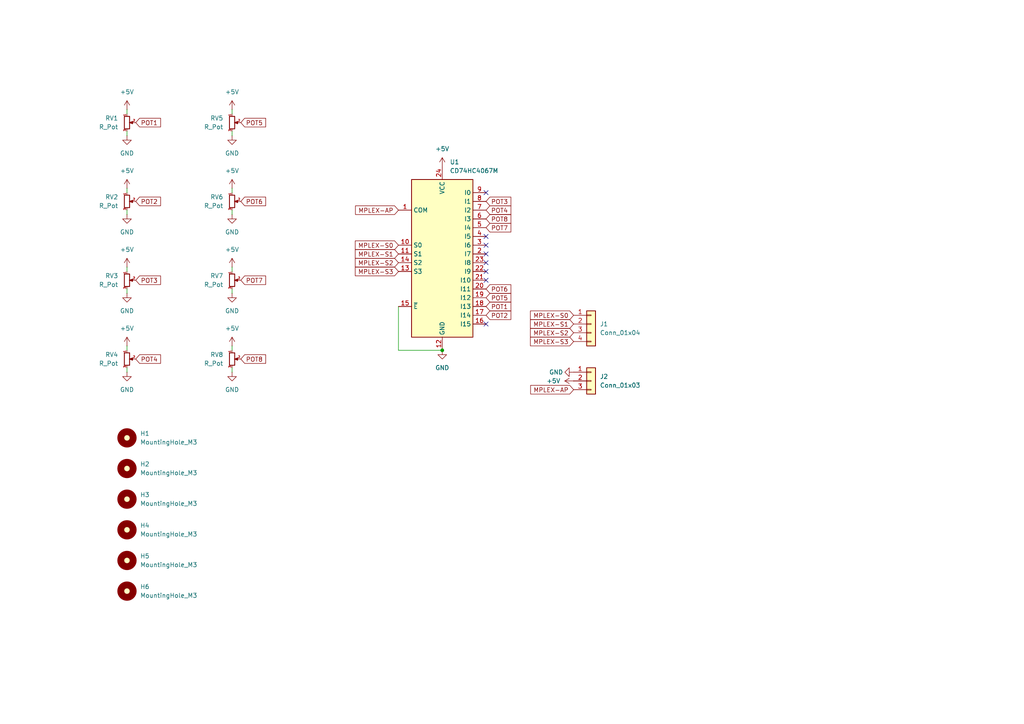
<source format=kicad_sch>
(kicad_sch (version 20231120) (generator "eeschema") (generator_version "8.0")
  (paper "A4")
  (lib_symbols
    (symbol "74xx:CD74HC4067M"
      (property "Reference" "U" (at -8.89 22.86 0))
      (property "Value" "CD74HC4067M" (at 1.27 22.86 0))
      (symbol "CD74HC4067M_0_1"
        (rectangle (start -8.89 21.59) (end 8.89 -24.13) (stroke (width 0.254)) (fill (type background)))
      )
      (symbol "CD74HC4067M_1_1"
        (pin passive line (at -12.7 12.7 0) (length 3.81) (name "COM") (number "1"))
        (pin input line (at -12.7 2.54 0) (length 3.81) (name "S0") (number "10"))
        (pin input line (at -12.7 0 0) (length 3.81) (name "S1") (number "11"))
        (pin power_in line (at 0 -27.94 90) (length 3.81) (name "GND") (number "12"))
        (pin input line (at -12.7 -5.08 0) (length 3.81) (name "S3") (number "13"))
        (pin input line (at -12.7 -2.54 0) (length 3.81) (name "S2") (number "14"))
        (pin input line (at -12.7 -15.24 0) (length 3.81) (name "~{E}") (number "15"))
        (pin passive line (at 12.7 -20.32 180) (length 3.81) (name "I15") (number "16"))
        (pin passive line (at 12.7 -17.78 180) (length 3.81) (name "I14") (number "17"))
        (pin passive line (at 12.7 -15.24 180) (length 3.81) (name "I13") (number "18"))
        (pin passive line (at 12.7 -12.7 180) (length 3.81) (name "I12") (number "19"))
        (pin passive line (at 12.7 0 180) (length 3.81) (name "I7") (number "2"))
        (pin passive line (at 12.7 -10.16 180) (length 3.81) (name "I11") (number "20"))
        (pin passive line (at 12.7 -7.62 180) (length 3.81) (name "I10") (number "21"))
        (pin passive line (at 12.7 -5.08 180) (length 3.81) (name "I9") (number "22"))
        (pin passive line (at 12.7 -2.54 180) (length 3.81) (name "I8") (number "23"))
        (pin power_in line (at 0 25.4 270) (length 3.81) (name "VCC") (number "24"))
        (pin passive line (at 12.7 2.54 180) (length 3.81) (name "I6") (number "3"))
        (pin passive line (at 12.7 5.08 180) (length 3.81) (name "I5") (number "4"))
        (pin passive line (at 12.7 7.62 180) (length 3.81) (name "I4") (number "5"))
        (pin passive line (at 12.7 10.16 180) (length 3.81) (name "I3") (number "6"))
        (pin passive line (at 12.7 12.7 180) (length 3.81) (name "I2") (number "7"))
        (pin passive line (at 12.7 15.24 180) (length 3.81) (name "I1") (number "8"))
        (pin passive line (at 12.7 17.78 180) (length 3.81) (name "I0") (number "9"))
      )
    )
    (symbol "Connector_Generic:Conn_01x03" (pin_names (offset 1.016) hide)
      (property "Reference" "J" (at 0 5.08 0))
      (property "Value" "Conn_01x03" (at 0 -5.08 0))
      (symbol "Conn_01x03_1_1"
        (rectangle (start -1.27 -2.413) (end 0 -2.667) (stroke (width 0.1524)))
        (rectangle (start -1.27 0.127) (end 0 -0.127) (stroke (width 0.1524)))
        (rectangle (start -1.27 2.667) (end 0 2.413) (stroke (width 0.1524)))
        (rectangle (start -1.27 3.81) (end 1.27 -3.81) (stroke (width 0.254)) (fill (type background)))
        (pin passive line (at -5.08 2.54 0) (length 3.81) (name "Pin_1") (number "1"))
        (pin passive line (at -5.08 0 0) (length 3.81) (name "Pin_2") (number "2"))
        (pin passive line (at -5.08 -2.54 0) (length 3.81) (name "Pin_3") (number "3"))
      )
    )
    (symbol "Connector_Generic:Conn_01x04" (pin_names (offset 1.016) hide)
      (property "Reference" "J" (at 0 5.08 0))
      (property "Value" "Conn_01x04" (at 0 -7.62 0))
      (symbol "Conn_01x04_1_1"
        (rectangle (start -1.27 -4.953) (end 0 -5.207) (stroke (width 0.1524)))
        (rectangle (start -1.27 -2.413) (end 0 -2.667) (stroke (width 0.1524)))
        (rectangle (start -1.27 0.127) (end 0 -0.127) (stroke (width 0.1524)))
        (rectangle (start -1.27 2.667) (end 0 2.413) (stroke (width 0.1524)))
        (rectangle (start -1.27 3.81) (end 1.27 -6.35) (stroke (width 0.254)) (fill (type background)))
        (pin passive line (at -5.08 2.54 0) (length 3.81) (name "Pin_1") (number "1"))
        (pin passive line (at -5.08 0 0) (length 3.81) (name "Pin_2") (number "2"))
        (pin passive line (at -5.08 -2.54 0) (length 3.81) (name "Pin_3") (number "3"))
        (pin passive line (at -5.08 -5.08 0) (length 3.81) (name "Pin_4") (number "4"))
      )
    )
    (symbol "Device:R_Potentiometer_Small" (pin_names (offset 1.016) hide)
      (property "Reference" "RV" (at -4.445 0 90))
      (property "Value" "R_Potentiometer_Small" (at -2.54 0 90))
      (symbol "R_Potentiometer_Small_0_1"
        (polyline (pts (xy 0.889 0) (xy 0.635 0) (xy 1.651 0.381) (xy 1.651 -0.381) (xy 0.635 0) (xy 0.889 0)) (fill (type outline)))
        (rectangle (start 0.762 1.8034) (end -0.762 -1.8034) (stroke (width 0.254)))
      )
      (symbol "R_Potentiometer_Small_1_1"
        (pin passive line (at 0 2.54 270) (length 0.635) (name "1") (number "1"))
        (pin passive line (at 2.54 0 180) (length 0.9906) (name "2") (number "2"))
        (pin passive line (at 0 -2.54 90) (length 0.635) (name "3") (number "3"))
      )
    )
    (symbol "PCM_SL_Mechanical:MountingHole_M3"
      (property "Reference" "H" (at 0 7.62 0))
      (property "Value" "MountingHole_M3" (at 0 5.08 0))
      (symbol "MountingHole_M3_0_1"
        (circle (center 0 0) (radius 1.27) (fill (type background)))
        (circle (center 0 0) (radius 1.7961) (stroke (width 2)))
      )
    )
    (symbol "power:+5V" (power) (pin_numbers hide) (pin_names (offset 0) hide)
      (property "Value" "+5V" (at 0 3.556 0))
      (symbol "+5V_0_1"
        (polyline (pts (xy -0.762 1.27) (xy 0 2.54)))
        (polyline (pts (xy 0 0) (xy 0 2.54)))
        (polyline (pts (xy 0 2.54) (xy 0.762 1.27)))
      )
      (symbol "+5V_1_1"
        (pin power_in line (at 0 0 90) (length 0) (name "~") (number "1"))
      )
    )
    (symbol "power:GND" (power) (pin_numbers hide) (pin_names (offset 0) hide)
      (property "Value" "GND" (at 0 -3.81 0))
      (symbol "GND_0_1"
        (polyline (pts (xy 0 0) (xy 0 -1.27) (xy 1.27 -1.27) (xy 0 -2.54) (xy -1.27 -1.27) (xy 0 -1.27)))
      )
      (symbol "GND_1_1"
        (pin power_in line (at 0 0 270) (length 0) (name "~") (number "1"))
      )
    )
  )
  (junction (at 128.27 101.6))
  (no_connect (at 140.97 71.12))
  (no_connect (at 140.97 73.66))
  (no_connect (at 140.97 81.28))
  (no_connect (at 140.97 76.2))
  (no_connect (at 140.97 78.74))
  (no_connect (at 140.97 68.58))
  (no_connect (at 140.97 55.88))
  (no_connect (at 140.97 93.98))
  (wire (pts (xy 36.83 83.82) (xy 36.83 85.09)))
  (wire (pts (xy 115.57 88.9) (xy 115.57 101.6)))
  (wire (pts (xy 67.31 106.68) (xy 67.31 107.95)))
  (wire (pts (xy 67.31 54.61) (xy 67.31 55.88)))
  (wire (pts (xy 67.31 100.33) (xy 67.31 101.6)))
  (wire (pts (xy 36.83 54.61) (xy 36.83 55.88)))
  (wire (pts (xy 36.83 106.68) (xy 36.83 107.95)))
  (wire (pts (xy 67.31 60.96) (xy 67.31 62.23)))
  (wire (pts (xy 36.83 77.47) (xy 36.83 78.74)))
  (wire (pts (xy 67.31 31.75) (xy 67.31 33.02)))
  (wire (pts (xy 67.31 38.1) (xy 67.31 39.37)))
  (wire (pts (xy 36.83 38.1) (xy 36.83 39.37)))
  (wire (pts (xy 67.31 77.47) (xy 67.31 78.74)))
  (wire (pts (xy 36.83 100.33) (xy 36.83 101.6)))
  (wire (pts (xy 36.83 60.96) (xy 36.83 62.23)))
  (wire (pts (xy 115.57 101.6) (xy 128.27 101.6)))
  (wire (pts (xy 67.31 83.82) (xy 67.31 85.09)))
  (wire (pts (xy 36.83 31.75) (xy 36.83 33.02)))
  (global_label "MPLEX-S1" (shape input) (at 166.37 93.98 180) (property "Intersheetrefs" "${INTERSHEET_REFS}" (effects (hide yes))))
  (global_label "MPLEX-S3" (shape input) (at 115.57 78.74 180) (property "Intersheetrefs" "${INTERSHEET_REFS}" (effects (hide yes))))
  (global_label "MPLEX-S2" (shape input) (at 115.57 76.2 180) (property "Intersheetrefs" "${INTERSHEET_REFS}" (effects (hide yes))))
  (global_label "MPLEX-S2" (shape input) (at 166.37 96.52 180) (property "Intersheetrefs" "${INTERSHEET_REFS}" (effects (hide yes))))
  (global_label "MPLEX-S0" (shape input) (at 115.57 71.12 180) (property "Intersheetrefs" "${INTERSHEET_REFS}" (effects (hide yes))))
  (global_label "POT3" (shape input) (at 140.97 58.42 0) (property "Intersheetrefs" "${INTERSHEET_REFS}" (effects (hide yes))))
  (global_label "POT2" (shape input) (at 140.97 91.44 0) (property "Intersheetrefs" "${INTERSHEET_REFS}" (effects (hide yes))))
  (global_label "MPLEX-AP" (shape input) (at 115.57 60.96 180) (property "Intersheetrefs" "${INTERSHEET_REFS}" (effects (hide yes))))
  (global_label "MPLEX-S0" (shape input) (at 166.37 91.44 180) (property "Intersheetrefs" "${INTERSHEET_REFS}" (effects (hide yes))))
  (global_label "POT1" (shape input) (at 39.37 35.56 0) (property "Intersheetrefs" "${INTERSHEET_REFS}" (effects (hide yes))))
  (global_label "MPLEX-AP" (shape input) (at 166.37 113.03 180) (property "Intersheetrefs" "${INTERSHEET_REFS}" (effects (hide yes))))
  (global_label "POT5" (shape input) (at 69.85 35.56 0) (property "Intersheetrefs" "${INTERSHEET_REFS}" (effects (hide yes))))
  (global_label "POT2" (shape input) (at 39.37 58.42 0) (property "Intersheetrefs" "${INTERSHEET_REFS}" (effects (hide yes))))
  (global_label "MPLEX-S3" (shape input) (at 166.37 99.06 180) (property "Intersheetrefs" "${INTERSHEET_REFS}" (effects (hide yes))))
  (global_label "POT7" (shape input) (at 140.97 66.04 0) (property "Intersheetrefs" "${INTERSHEET_REFS}" (effects (hide yes))))
  (global_label "POT3" (shape input) (at 39.37 81.28 0) (property "Intersheetrefs" "${INTERSHEET_REFS}" (effects (hide yes))))
  (global_label "POT6" (shape input) (at 140.97 83.82 0) (property "Intersheetrefs" "${INTERSHEET_REFS}" (effects (hide yes))))
  (global_label "POT7" (shape input) (at 69.85 81.28 0) (property "Intersheetrefs" "${INTERSHEET_REFS}" (effects (hide yes))))
  (global_label "POT4" (shape input) (at 140.97 60.96 0) (property "Intersheetrefs" "${INTERSHEET_REFS}" (effects (hide yes))))
  (global_label "POT5" (shape input) (at 140.97 86.36 0) (property "Intersheetrefs" "${INTERSHEET_REFS}" (effects (hide yes))))
  (global_label "POT8" (shape input) (at 140.97 63.5 0) (property "Intersheetrefs" "${INTERSHEET_REFS}" (effects (hide yes))))
  (global_label "POT1" (shape input) (at 140.97 88.9 0) (property "Intersheetrefs" "${INTERSHEET_REFS}" (effects (hide yes))))
  (global_label "POT8" (shape input) (at 69.85 104.14 0) (property "Intersheetrefs" "${INTERSHEET_REFS}" (effects (hide yes))))
  (global_label "POT4" (shape input) (at 39.37 104.14 0) (property "Intersheetrefs" "${INTERSHEET_REFS}" (effects (hide yes))))
  (global_label "POT6" (shape input) (at 69.85 58.42 0) (property "Intersheetrefs" "${INTERSHEET_REFS}" (effects (hide yes))))
  (global_label "MPLEX-S1" (shape input) (at 115.57 73.66 180) (property "Intersheetrefs" "${INTERSHEET_REFS}" (effects (hide yes))))
  (symbol (lib_id "PCM_SL_Mechanical:MountingHole_M3") (at 36.83 153.67 0) (unit 1)
    (property "Reference" "H4" (at 40.64 152.3999 0) (effects (justify left)))
    (property "Value" "MountingHole_M3" (at 40.64 154.9399 0) (effects (justify left)))
    (property "Footprint" "MountingHole:MountingHole_3.2mm_M3" (effects (hide yes)))
    (property "Description" "3.2mm Diameter Mounting Hole (M3)" (effects (hide yes)))
  )
  (symbol (lib_id "PCM_SL_Mechanical:MountingHole_M3") (at 36.83 127 0) (unit 1)
    (property "Reference" "H1" (at 40.64 125.7299 0) (effects (justify left)))
    (property "Value" "MountingHole_M3" (at 40.64 128.2699 0) (effects (justify left)))
    (property "Footprint" "MountingHole:MountingHole_3.2mm_M3" (effects (hide yes)))
    (property "Description" "3.2mm Diameter Mounting Hole (M3)" (effects (hide yes)))
  )
  (symbol (lib_id "power:+5V") (at 36.83 54.61 0) (unit 1)
    (property "Reference" "#PWR03" (effects (hide yes)))
    (property "Value" "+5V" (at 36.83 49.53 0))
    (property "Description" "Power symbol creates a global label with name \"+5V\"" (effects (hide yes)))
  )
  (symbol (lib_id "power:+5V") (at 67.31 31.75 0) (unit 1)
    (property "Reference" "#PWR09" (effects (hide yes)))
    (property "Value" "+5V" (at 67.31 26.67 0))
    (property "Description" "Power symbol creates a global label with name \"+5V\"" (effects (hide yes)))
  )
  (symbol (lib_id "Connector_Generic:Conn_01x04") (at 171.45 93.98 0) (unit 1)
    (property "Reference" "J1" (at 173.99 93.9799 0) (effects (justify left)))
    (property "Value" "Conn_01x04" (at 173.99 96.5199 0) (effects (justify left)))
    (property "Footprint" "Connector_PinHeader_2.54mm:PinHeader_1x04_P2.54mm_Vertical" (effects (hide yes)))
    (property "Description" "Generic connector, single row, 01x04, script generated (kicad-library-utils/schlib/autogen/connector/)" (effects (hide yes)))
  )
  (symbol (lib_id "Device:R_Potentiometer_Small") (at 67.31 104.14 0) (unit 1)
    (property "Reference" "RV8" (at 64.77 102.8699 0) (effects (justify right)))
    (property "Value" "R_Pot" (at 64.77 105.4099 0) (effects (justify right)))
    (property "Footprint" "Potentiometer_THT:Potentiometer_Bourns_PTV09A-1_Single_Vertical" (effects (hide yes)))
    (property "Description" "Potentiometer" (effects (hide yes)))
  )
  (symbol (lib_id "power:+5V") (at 36.83 31.75 0) (unit 1)
    (property "Reference" "#PWR01" (effects (hide yes)))
    (property "Value" "+5V" (at 36.83 26.67 0))
    (property "Description" "Power symbol creates a global label with name \"+5V\"" (effects (hide yes)))
  )
  (symbol (lib_id "Device:R_Potentiometer_Small") (at 36.83 104.14 0) (unit 1)
    (property "Reference" "RV4" (at 34.29 102.8699 0) (effects (justify right)))
    (property "Value" "R_Pot" (at 34.29 105.4099 0) (effects (justify right)))
    (property "Footprint" "Potentiometer_THT:Potentiometer_Bourns_PTV09A-1_Single_Vertical" (effects (hide yes)))
    (property "Description" "Potentiometer" (effects (hide yes)))
  )
  (symbol (lib_id "74xx:CD74HC4067M") (at 128.27 73.66 0) (unit 1)
    (property "Reference" "U1" (at 130.4641 46.99 0) (effects (justify left)))
    (property "Value" "CD74HC4067M" (at 130.4641 49.53 0) (effects (justify left)))
    (property "Footprint" "Package_SO:SOIC-24W_7.5x15.4mm_P1.27mm" (effects (hide yes)))
    (property "Datasheet" "http://www.ti.com/lit/ds/symlink/cd74hc4067.pdf" (effects (hide yes)))
    (property "Description" "High-Speed CMOS Logic 16-Channel Analog Multiplexer/Demultiplexer, SOIC-24" (effects (hide yes)))
  )
  (symbol (lib_id "power:+5V") (at 67.31 100.33 0) (unit 1)
    (property "Reference" "#PWR015" (effects (hide yes)))
    (property "Value" "+5V" (at 67.31 95.25 0))
    (property "Description" "Power symbol creates a global label with name \"+5V\"" (effects (hide yes)))
  )
  (symbol (lib_id "power:+5V") (at 128.27 48.26 0) (unit 1)
    (property "Reference" "#PWR017" (effects (hide yes)))
    (property "Value" "+5V" (at 128.27 43.18 0))
    (property "Description" "Power symbol creates a global label with name \"+5V\"" (effects (hide yes)))
  )
  (symbol (lib_id "power:GND") (at 36.83 107.95 0) (mirror y) (unit 1)
    (property "Reference" "#PWR08" (effects (hide yes)))
    (property "Value" "GND" (at 36.83 113.03 0))
    (property "Description" "Power symbol creates a global label with name \"GND\" , ground" (effects (hide yes)))
  )
  (symbol (lib_id "power:GND") (at 36.83 39.37 0) (mirror y) (unit 1)
    (property "Reference" "#PWR02" (effects (hide yes)))
    (property "Value" "GND" (at 36.83 44.45 0))
    (property "Description" "Power symbol creates a global label with name \"GND\" , ground" (effects (hide yes)))
  )
  (symbol (lib_id "power:+5V") (at 166.37 110.49 90) (unit 1)
    (property "Reference" "#PWR020" (effects (hide yes)))
    (property "Value" "+5V" (at 162.56 110.4899 90) (effects (justify left)))
    (property "Description" "Power symbol creates a global label with name \"+5V\"" (effects (hide yes)))
  )
  (symbol (lib_id "power:+5V") (at 67.31 54.61 0) (unit 1)
    (property "Reference" "#PWR011" (effects (hide yes)))
    (property "Value" "+5V" (at 67.31 49.53 0))
    (property "Description" "Power symbol creates a global label with name \"+5V\"" (effects (hide yes)))
  )
  (symbol (lib_id "power:+5V") (at 36.83 100.33 0) (unit 1)
    (property "Reference" "#PWR07" (effects (hide yes)))
    (property "Value" "+5V" (at 36.83 95.25 0))
    (property "Description" "Power symbol creates a global label with name \"+5V\"" (effects (hide yes)))
  )
  (symbol (lib_id "power:GND") (at 128.27 101.6 0) (mirror y) (unit 1)
    (property "Reference" "#PWR018" (effects (hide yes)))
    (property "Value" "GND" (at 128.27 106.68 0))
    (property "Description" "Power symbol creates a global label with name \"GND\" , ground" (effects (hide yes)))
  )
  (symbol (lib_id "power:GND") (at 67.31 107.95 0) (mirror y) (unit 1)
    (property "Reference" "#PWR016" (effects (hide yes)))
    (property "Value" "GND" (at 67.31 113.03 0))
    (property "Description" "Power symbol creates a global label with name \"GND\" , ground" (effects (hide yes)))
  )
  (symbol (lib_id "PCM_SL_Mechanical:MountingHole_M3") (at 36.83 162.56 0) (unit 1)
    (property "Reference" "H5" (at 40.64 161.2899 0) (effects (justify left)))
    (property "Value" "MountingHole_M3" (at 40.64 163.8299 0) (effects (justify left)))
    (property "Footprint" "MountingHole:MountingHole_3.2mm_M3" (effects (hide yes)))
    (property "Description" "3.2mm Diameter Mounting Hole (M3)" (effects (hide yes)))
  )
  (symbol (lib_id "Device:R_Potentiometer_Small") (at 36.83 35.56 0) (unit 1)
    (property "Reference" "RV1" (at 34.29 34.2899 0) (effects (justify right)))
    (property "Value" "R_Pot" (at 34.29 36.8299 0) (effects (justify right)))
    (property "Footprint" "Potentiometer_THT:Potentiometer_Bourns_PTV09A-1_Single_Vertical" (effects (hide yes)))
    (property "Description" "Potentiometer" (effects (hide yes)))
  )
  (symbol (lib_id "Device:R_Potentiometer_Small") (at 67.31 35.56 0) (unit 1)
    (property "Reference" "RV5" (at 64.77 34.2899 0) (effects (justify right)))
    (property "Value" "R_Pot" (at 64.77 36.8299 0) (effects (justify right)))
    (property "Footprint" "Potentiometer_THT:Potentiometer_Bourns_PTV09A-1_Single_Vertical" (effects (hide yes)))
    (property "Description" "Potentiometer" (effects (hide yes)))
  )
  (symbol (lib_id "Device:R_Potentiometer_Small") (at 67.31 81.28 0) (unit 1)
    (property "Reference" "RV7" (at 64.77 80.0099 0) (effects (justify right)))
    (property "Value" "R_Pot" (at 64.77 82.5499 0) (effects (justify right)))
    (property "Footprint" "Potentiometer_THT:Potentiometer_Bourns_PTV09A-1_Single_Vertical" (effects (hide yes)))
    (property "Description" "Potentiometer" (effects (hide yes)))
  )
  (symbol (lib_id "Device:R_Potentiometer_Small") (at 36.83 81.28 0) (unit 1)
    (property "Reference" "RV3" (at 34.29 80.0099 0) (effects (justify right)))
    (property "Value" "R_Pot" (at 34.29 82.5499 0) (effects (justify right)))
    (property "Footprint" "Potentiometer_THT:Potentiometer_Bourns_PTV09A-1_Single_Vertical" (effects (hide yes)))
    (property "Description" "Potentiometer" (effects (hide yes)))
  )
  (symbol (lib_id "PCM_SL_Mechanical:MountingHole_M3") (at 36.83 171.45 0) (unit 1)
    (property "Reference" "H6" (at 40.64 170.1799 0) (effects (justify left)))
    (property "Value" "MountingHole_M3" (at 40.64 172.7199 0) (effects (justify left)))
    (property "Footprint" "MountingHole:MountingHole_3.2mm_M3" (effects (hide yes)))
    (property "Description" "3.2mm Diameter Mounting Hole (M3)" (effects (hide yes)))
  )
  (symbol (lib_id "power:+5V") (at 36.83 77.47 0) (unit 1)
    (property "Reference" "#PWR05" (effects (hide yes)))
    (property "Value" "+5V" (at 36.83 72.39 0))
    (property "Description" "Power symbol creates a global label with name \"+5V\"" (effects (hide yes)))
  )
  (symbol (lib_id "Device:R_Potentiometer_Small") (at 36.83 58.42 0) (unit 1)
    (property "Reference" "RV2" (at 34.29 57.1499 0) (effects (justify right)))
    (property "Value" "R_Pot" (at 34.29 59.6899 0) (effects (justify right)))
    (property "Footprint" "Potentiometer_THT:Potentiometer_Bourns_PTV09A-1_Single_Vertical" (effects (hide yes)))
    (property "Description" "Potentiometer" (effects (hide yes)))
  )
  (symbol (lib_id "Connector_Generic:Conn_01x03") (at 171.45 110.49 0) (unit 1)
    (property "Reference" "J2" (at 173.99 109.2199 0) (effects (justify left)))
    (property "Value" "Conn_01x03" (at 173.99 111.7599 0) (effects (justify left)))
    (property "Footprint" "Connector_PinHeader_2.54mm:PinHeader_1x03_P2.54mm_Vertical" (effects (hide yes)))
    (property "Description" "Generic connector, single row, 01x03, script generated (kicad-library-utils/schlib/autogen/connector/)" (effects (hide yes)))
  )
  (symbol (lib_id "power:GND") (at 67.31 62.23 0) (mirror y) (unit 1)
    (property "Reference" "#PWR012" (effects (hide yes)))
    (property "Value" "GND" (at 67.31 67.31 0))
    (property "Description" "Power symbol creates a global label with name \"GND\" , ground" (effects (hide yes)))
  )
  (symbol (lib_id "power:GND") (at 166.37 107.95 270) (mirror x) (unit 1)
    (property "Reference" "#PWR019" (effects (hide yes)))
    (property "Value" "GND" (at 161.29 107.95 90))
    (property "Description" "Power symbol creates a global label with name \"GND\" , ground" (effects (hide yes)))
  )
  (symbol (lib_id "power:GND") (at 36.83 85.09 0) (mirror y) (unit 1)
    (property "Reference" "#PWR06" (effects (hide yes)))
    (property "Value" "GND" (at 36.83 90.17 0))
    (property "Description" "Power symbol creates a global label with name \"GND\" , ground" (effects (hide yes)))
  )
  (symbol (lib_id "power:GND") (at 36.83 62.23 0) (mirror y) (unit 1)
    (property "Reference" "#PWR04" (effects (hide yes)))
    (property "Value" "GND" (at 36.83 67.31 0))
    (property "Description" "Power symbol creates a global label with name \"GND\" , ground" (effects (hide yes)))
  )
  (symbol (lib_id "Device:R_Potentiometer_Small") (at 67.31 58.42 0) (unit 1)
    (property "Reference" "RV6" (at 64.77 57.1499 0) (effects (justify right)))
    (property "Value" "R_Pot" (at 64.77 59.6899 0) (effects (justify right)))
    (property "Footprint" "Potentiometer_THT:Potentiometer_Bourns_PTV09A-1_Single_Vertical" (effects (hide yes)))
    (property "Description" "Potentiometer" (effects (hide yes)))
  )
  (symbol (lib_id "power:GND") (at 67.31 85.09 0) (mirror y) (unit 1)
    (property "Reference" "#PWR014" (effects (hide yes)))
    (property "Value" "GND" (at 67.31 90.17 0))
    (property "Description" "Power symbol creates a global label with name \"GND\" , ground" (effects (hide yes)))
  )
  (symbol (lib_id "PCM_SL_Mechanical:MountingHole_M3") (at 36.83 135.89 0) (unit 1)
    (property "Reference" "H2" (at 40.64 134.6199 0) (effects (justify left)))
    (property "Value" "MountingHole_M3" (at 40.64 137.1599 0) (effects (justify left)))
    (property "Footprint" "MountingHole:MountingHole_3.2mm_M3" (effects (hide yes)))
    (property "Description" "3.2mm Diameter Mounting Hole (M3)" (effects (hide yes)))
  )
  (symbol (lib_id "PCM_SL_Mechanical:MountingHole_M3") (at 36.83 144.78 0) (unit 1)
    (property "Reference" "H3" (at 40.64 143.5099 0) (effects (justify left)))
    (property "Value" "MountingHole_M3" (at 40.64 146.0499 0) (effects (justify left)))
    (property "Footprint" "MountingHole:MountingHole_3.2mm_M3" (effects (hide yes)))
    (property "Description" "3.2mm Diameter Mounting Hole (M3)" (effects (hide yes)))
  )
  (symbol (lib_id "power:GND") (at 67.31 39.37 0) (mirror y) (unit 1)
    (property "Reference" "#PWR010" (effects (hide yes)))
    (property "Value" "GND" (at 67.31 44.45 0))
    (property "Description" "Power symbol creates a global label with name \"GND\" , ground" (effects (hide yes)))
  )
  (symbol (lib_id "power:+5V") (at 67.31 77.47 0) (unit 1)
    (property "Reference" "#PWR013" (effects (hide yes)))
    (property "Value" "+5V" (at 67.31 72.39 0))
    (property "Description" "Power symbol creates a global label with name \"+5V\"" (effects (hide yes)))
  )
)
</source>
